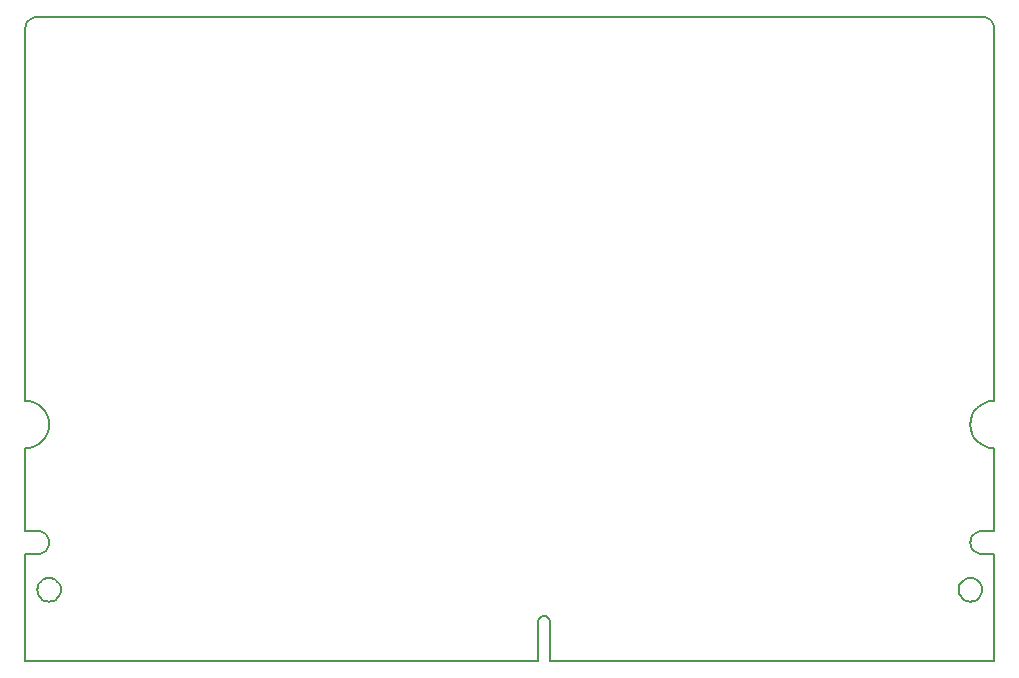
<source format=gbr>
G04 #@! TF.GenerationSoftware,KiCad,Pcbnew,5.0.2-bee76a0~70~ubuntu18.04.1*
G04 #@! TF.CreationDate,2020-12-14T21:02:24+01:00*
G04 #@! TF.ProjectId,DIMMCartridge,44494d4d-4361-4727-9472-696467652e6b,rev?*
G04 #@! TF.SameCoordinates,Original*
G04 #@! TF.FileFunction,Profile,NP*
%FSLAX46Y46*%
G04 Gerber Fmt 4.6, Leading zero omitted, Abs format (unit mm)*
G04 Created by KiCad (PCBNEW 5.0.2-bee76a0~70~ubuntu18.04.1) date Mo 14 Dez 2020 21:02:24 CET*
%MOMM*%
%LPD*%
G01*
G04 APERTURE LIST*
%ADD10C,0.200000*%
G04 APERTURE END LIST*
D10*
X139383250Y-127963580D02*
X139196200Y-128021680D01*
X139971680Y-127246200D02*
X139913580Y-127433250D01*
X139821680Y-127602520D02*
X139700000Y-127750000D01*
X139913580Y-127433250D02*
X139821680Y-127602520D01*
X103382529Y-129640869D02*
X103392699Y-129741369D01*
X103353479Y-129547269D02*
X103382529Y-129640869D01*
X103307539Y-129462569D02*
X103353479Y-129547269D01*
X59246338Y-124045069D02*
X59121604Y-124045069D01*
X59371071Y-124045069D02*
X59246338Y-124045069D01*
X59495805Y-124045069D02*
X59371071Y-124045069D01*
X138290740Y-127749900D02*
X138169060Y-127602420D01*
X138438220Y-127871580D02*
X138290740Y-127749900D01*
X102397860Y-129783449D02*
X102397116Y-129777449D01*
X102398850Y-129789449D02*
X102397860Y-129783449D01*
X102398850Y-130195629D02*
X102398850Y-129789449D01*
X139995109Y-124045269D02*
X139995109Y-124044769D01*
X140118869Y-124045269D02*
X139995109Y-124045269D01*
X140242639Y-124045269D02*
X140118869Y-124045269D01*
X140366399Y-124045269D02*
X140242639Y-124045269D01*
X138607580Y-126127070D02*
X138794630Y-126068970D01*
X138438310Y-126218970D02*
X138607580Y-126127070D01*
X58996336Y-115038079D02*
X58996336Y-115914449D01*
X59397735Y-114997379D02*
X58996336Y-115038079D01*
X59994736Y-122048489D02*
X60195596Y-122068689D01*
X59869936Y-122048559D02*
X59994736Y-122048489D01*
X140703259Y-78806985D02*
X140555419Y-78685004D01*
X140825229Y-78954823D02*
X140703259Y-78806985D01*
X140917329Y-79124501D02*
X140825229Y-78954823D01*
X140975529Y-79311998D02*
X140917329Y-79124501D01*
X59771575Y-114881119D02*
X59397735Y-114997379D01*
X60109859Y-114697329D02*
X59771575Y-114881119D01*
X102615790Y-129327469D02*
X102700480Y-129281469D01*
X102541990Y-129388469D02*
X102615790Y-129327469D01*
X102481090Y-129462369D02*
X102541990Y-129388469D01*
X138794540Y-128021580D02*
X138607490Y-127963480D01*
X60438282Y-126219060D02*
X60607550Y-126127160D01*
X60290804Y-126340750D02*
X60438282Y-126219060D01*
X102994919Y-129252469D02*
X103088409Y-129281669D01*
X102894533Y-129242169D02*
X102994919Y-129252469D01*
X102894533Y-129242169D02*
X102894533Y-129242169D01*
X122185959Y-133039029D02*
X126885029Y-133039029D01*
X117486899Y-133039029D02*
X122185959Y-133039029D01*
X112787829Y-133039029D02*
X117486899Y-133039029D01*
X59495536Y-122048759D02*
X59620336Y-122048689D01*
X59370736Y-122048819D02*
X59495536Y-122048759D01*
X140490169Y-124045269D02*
X140366399Y-124045269D01*
X140613929Y-124045269D02*
X140490169Y-124045269D01*
X140737699Y-124045269D02*
X140613929Y-124045269D01*
X140861459Y-124045269D02*
X140737699Y-124045269D01*
X61821738Y-126488220D02*
X61913618Y-126657490D01*
X61700057Y-126340740D02*
X61821738Y-126488220D01*
X99996344Y-78514405D02*
X89996203Y-78514408D01*
X109996489Y-78514402D02*
X99996344Y-78514405D01*
X119996629Y-78514400D02*
X109996489Y-78514402D01*
X129996769Y-78514397D02*
X119996629Y-78514400D01*
X61552566Y-127871680D02*
X61383296Y-127963580D01*
X61700045Y-127750000D02*
X61552566Y-127871680D01*
X59771700Y-111209319D02*
X60110022Y-111393169D01*
X59397804Y-111093019D02*
X59771700Y-111209319D01*
X103246719Y-129388769D02*
X103307539Y-129462569D01*
X103173009Y-129327769D02*
X103246719Y-129388769D01*
X103088409Y-129281669D02*
X103173009Y-129327769D01*
X86123108Y-133038859D02*
X91548355Y-133038859D01*
X80697860Y-133038859D02*
X86123108Y-133038859D01*
X75272612Y-133038859D02*
X80697860Y-133038859D01*
X59994736Y-124043569D02*
X59994736Y-124044069D01*
X59994736Y-124043069D02*
X59994736Y-124043569D01*
X59994736Y-124042569D02*
X59994736Y-124043069D01*
X140988729Y-115037759D02*
X140588439Y-114995859D01*
X140988349Y-115914189D02*
X140988729Y-115037759D01*
X140987979Y-116790619D02*
X140988349Y-115914189D01*
X140987599Y-117667049D02*
X140987979Y-116790619D01*
X138290840Y-126340650D02*
X138438310Y-126218970D01*
X138169160Y-126488120D02*
X138290840Y-126340650D01*
X59245936Y-122048889D02*
X59370736Y-122048819D01*
X59121136Y-122048949D02*
X59245936Y-122048889D01*
X140987229Y-118543489D02*
X140987599Y-117667049D01*
X140986849Y-119419919D02*
X140987229Y-118543489D01*
X140986479Y-120296349D02*
X140986849Y-119419919D01*
X140986099Y-121172779D02*
X140986479Y-120296349D01*
X61196243Y-128021680D02*
X60995414Y-128041980D01*
X61383296Y-127963580D02*
X61196243Y-128021680D01*
X140490419Y-122048949D02*
X140614249Y-122049009D01*
X140366589Y-122048879D02*
X140490419Y-122048949D01*
X140242759Y-122048809D02*
X140366589Y-122048879D01*
X140118939Y-122048749D02*
X140242759Y-122048809D01*
X103389699Y-131012989D02*
X103389699Y-131418199D01*
X103389699Y-130607789D02*
X103389699Y-131012989D01*
X103389699Y-130202579D02*
X103389699Y-130607789D01*
X60913171Y-122656869D02*
X60971271Y-122843929D01*
X60821251Y-122487599D02*
X60913171Y-122656869D01*
X138077160Y-127433150D02*
X138019060Y-127246100D01*
X138169060Y-127602420D02*
X138077160Y-127433150D01*
X103391967Y-129776369D02*
X103391433Y-129783369D01*
X103392324Y-129769369D02*
X103391967Y-129776369D01*
X103392541Y-129762369D02*
X103392324Y-129769369D01*
X61196258Y-126069060D02*
X61383310Y-126127160D01*
X60995430Y-126048760D02*
X61196258Y-126069060D01*
X139971770Y-126844350D02*
X139991880Y-127045370D01*
X69847365Y-133038859D02*
X75272612Y-133038859D01*
X64422117Y-133038859D02*
X69847365Y-133038859D01*
X58996870Y-133038859D02*
X64422117Y-133038859D01*
X60831378Y-113820769D02*
X60647759Y-114159149D01*
X60947443Y-113446869D02*
X60831378Y-113820769D01*
X139290309Y-122340329D02*
X139437839Y-122218679D01*
X139168579Y-122487799D02*
X139290309Y-122340329D01*
X139076679Y-122657069D02*
X139168579Y-122487799D01*
X139018579Y-122844129D02*
X139076679Y-122657069D01*
X61552579Y-126219060D02*
X61700057Y-126340740D01*
X61383310Y-126127160D02*
X61552579Y-126219060D01*
X139913670Y-126657300D02*
X139971770Y-126844350D01*
X139821770Y-126488030D02*
X139913670Y-126657300D01*
X139995109Y-124041269D02*
X139794249Y-124021069D01*
X139995109Y-124041769D02*
X139995109Y-124041269D01*
X139995109Y-124042269D02*
X139995109Y-124041769D01*
X139995109Y-124042769D02*
X139995109Y-124042269D01*
X60404768Y-111636569D02*
X60647937Y-111931499D01*
X60110022Y-111393169D02*
X60404768Y-111636569D01*
X59745136Y-122048619D02*
X59869936Y-122048559D01*
X59620336Y-122048689D02*
X59745136Y-122048619D01*
X138995370Y-128041880D02*
X138794540Y-128021580D01*
X60831526Y-112269969D02*
X60947533Y-112643949D01*
X60647937Y-111931499D02*
X60831526Y-112269969D01*
X139196200Y-128021680D02*
X138995370Y-128041880D01*
X69995920Y-78514413D02*
X59995750Y-78514256D01*
X79996062Y-78514411D02*
X69995920Y-78514413D01*
X89996203Y-78514408D02*
X79996062Y-78514411D01*
X60169103Y-127602520D02*
X60077223Y-127433250D01*
X60290784Y-127750000D02*
X60169103Y-127602520D01*
X59994736Y-124042069D02*
X59994736Y-124042569D01*
X59994736Y-124041569D02*
X59994736Y-124042069D01*
X59994736Y-124041069D02*
X59994736Y-124041569D01*
X58996336Y-120296289D02*
X58996336Y-121172649D01*
X58996336Y-119419919D02*
X58996336Y-120296289D01*
X60195596Y-124020869D02*
X59994736Y-124041069D01*
X60382686Y-123962869D02*
X60195596Y-124020869D01*
X60551999Y-123871069D02*
X60382686Y-123962869D01*
X139552520Y-127871680D02*
X139383250Y-127963580D01*
X140992829Y-95283139D02*
X140993579Y-91340678D01*
X140992079Y-99225599D02*
X140992829Y-95283139D01*
X140991329Y-103168059D02*
X140992079Y-99225599D01*
X140990579Y-107110519D02*
X140991329Y-103168059D01*
X139585249Y-111639069D02*
X139879079Y-111395699D01*
X139342869Y-111933709D02*
X139585249Y-111639069D01*
X139159889Y-112271669D02*
X139342869Y-111933709D01*
X139044249Y-112644959D02*
X139159889Y-112271669D01*
X60971271Y-123245629D02*
X60913171Y-123432689D01*
X60991551Y-123044779D02*
X60971271Y-123245629D01*
X60971271Y-122843929D02*
X60991551Y-123044779D01*
X102396225Y-129765449D02*
X102396008Y-129759449D01*
X102396582Y-129771449D02*
X102396225Y-129765449D01*
X102397116Y-129777449D02*
X102396582Y-129771449D01*
X61821726Y-127602520D02*
X61700045Y-127750000D01*
X61913606Y-127433250D02*
X61821726Y-127602520D01*
X140995829Y-79513298D02*
X140975529Y-79311998D01*
X140995079Y-83455758D02*
X140995829Y-79513298D01*
X140994329Y-87398218D02*
X140995079Y-83455758D01*
X140993579Y-91340678D02*
X140994329Y-87398218D01*
X140984109Y-127417929D02*
X140984479Y-126293709D01*
X140983729Y-128542149D02*
X140984109Y-127417929D01*
X140983349Y-129666369D02*
X140983729Y-128542149D01*
X58996336Y-116790819D02*
X58996336Y-117667179D01*
X58996336Y-115914449D02*
X58996336Y-116790819D01*
X60404587Y-114453999D02*
X60109859Y-114697329D01*
X60647759Y-114159149D02*
X60404587Y-114453999D01*
X60794602Y-126069060D02*
X60995430Y-126048760D01*
X60607550Y-126127160D02*
X60794602Y-126069060D01*
X60019163Y-127246200D02*
X59998923Y-127045370D01*
X60077223Y-127433250D02*
X60019163Y-127246200D01*
X58996870Y-131914639D02*
X58996870Y-133038859D01*
X58996870Y-130790409D02*
X58996870Y-131914639D01*
X58996870Y-129666189D02*
X58996870Y-130790409D01*
X138077260Y-126657390D02*
X138169160Y-126488120D01*
X138019160Y-126844440D02*
X138077260Y-126657390D01*
X59994736Y-124045069D02*
X59870006Y-124045069D01*
X59994736Y-124044569D02*
X59994736Y-124045069D01*
X59994736Y-124044069D02*
X59994736Y-124044569D01*
X102398850Y-130601799D02*
X102398850Y-130195629D01*
X102398850Y-131007979D02*
X102398850Y-130601799D01*
X102398850Y-131414159D02*
X102398850Y-131007979D01*
X102398850Y-131820329D02*
X102398850Y-131414159D01*
X102398850Y-132226509D02*
X102398850Y-131820329D01*
X102398850Y-132632679D02*
X102398850Y-132226509D01*
X103392652Y-129755369D02*
X103392541Y-129762369D01*
X103392693Y-129748369D02*
X103392652Y-129755369D01*
X103392699Y-129741369D02*
X103392693Y-129748369D01*
X137998860Y-127045270D02*
X138019160Y-126844440D01*
X138019060Y-127246100D02*
X137998860Y-127045270D01*
X139584999Y-114451459D02*
X139342769Y-114156929D01*
X139878649Y-114694759D02*
X139584999Y-114451459D01*
X140215769Y-114878889D02*
X139878649Y-114694759D01*
X140588439Y-114995859D02*
X140215769Y-114878889D01*
X138607490Y-127963480D02*
X138438220Y-127871580D01*
X139991880Y-127045370D02*
X139971680Y-127246200D01*
X138998279Y-123044979D02*
X139018579Y-122844129D01*
X139018579Y-123245829D02*
X138998279Y-123044979D01*
X139076679Y-123432889D02*
X139018579Y-123245829D01*
X139168579Y-123602159D02*
X139076679Y-123432889D01*
X139290309Y-123749619D02*
X139168579Y-123602159D01*
X139437839Y-123871269D02*
X139290309Y-123749619D01*
X139607159Y-123963069D02*
X139437839Y-123871269D01*
X139794249Y-124021069D02*
X139607159Y-123963069D01*
X58996870Y-125169289D02*
X58996870Y-126293519D01*
X58996870Y-124045069D02*
X58996870Y-125169289D01*
X59121604Y-124045069D02*
X58996870Y-124045069D01*
X58996337Y-103167529D02*
X58996337Y-107109924D01*
X58996337Y-99225134D02*
X58996337Y-103167529D01*
X59074917Y-79124363D02*
X59016657Y-79311860D01*
X59167097Y-78954685D02*
X59074917Y-79124363D01*
X102894533Y-129242169D02*
X102894533Y-129242169D01*
X102894533Y-129242169D02*
X102894533Y-129242169D01*
X102894533Y-129242169D02*
X102894533Y-129242169D01*
X60987953Y-113045449D02*
X60947443Y-113446869D01*
X60947533Y-112643949D02*
X60987953Y-113045449D01*
X59606852Y-78592766D02*
X59437093Y-78684866D01*
X59794414Y-78534556D02*
X59606852Y-78592766D01*
X58996337Y-111052319D02*
X59397804Y-111093019D01*
X58996337Y-107109924D02*
X58996337Y-111052319D01*
X139995109Y-122048679D02*
X140118939Y-122048749D01*
X139794249Y-122068879D02*
X139995109Y-122048679D01*
X139607159Y-122126879D02*
X139794249Y-122068879D01*
X139437839Y-122218679D02*
X139607159Y-122126879D01*
X58996337Y-87397950D02*
X58996337Y-91340345D01*
X58996337Y-83455555D02*
X58996337Y-87397950D01*
X60019173Y-126844540D02*
X60077243Y-126657490D01*
X59998923Y-127045370D02*
X60019173Y-126844540D01*
X58996336Y-118543549D02*
X58996336Y-119419919D01*
X58996336Y-117667179D02*
X58996336Y-118543549D01*
X102894533Y-129242169D02*
X102894533Y-129242169D01*
X102894533Y-129242169D02*
X102894533Y-129242169D01*
X102894533Y-129242169D02*
X102894533Y-129242169D01*
X60699524Y-123749419D02*
X60551999Y-123871069D01*
X60821251Y-123601959D02*
X60699524Y-123749419D01*
X60913171Y-123432689D02*
X60821251Y-123601959D01*
X61971666Y-127246200D02*
X61913606Y-127433250D01*
X61991906Y-127045370D02*
X61971666Y-127246200D01*
X140982979Y-130790589D02*
X140983349Y-129666369D01*
X140982599Y-131914809D02*
X140982979Y-130790589D01*
X140982229Y-133039029D02*
X140982599Y-131914809D01*
X140985229Y-124045269D02*
X140861459Y-124045269D01*
X140984849Y-125169489D02*
X140985229Y-124045269D01*
X140984479Y-126293709D02*
X140984849Y-125169489D01*
X102398850Y-133038859D02*
X102398850Y-132632679D01*
X96973603Y-133038859D02*
X102398850Y-133038859D01*
X91548355Y-133038859D02*
X96973603Y-133038859D01*
X60382686Y-122126689D02*
X60551999Y-122218489D01*
X60195596Y-122068689D02*
X60382686Y-122126689D01*
X61971678Y-126844540D02*
X61991906Y-127045370D01*
X61913618Y-126657490D02*
X61971678Y-126844540D01*
X139383340Y-126126970D02*
X139552610Y-126218870D01*
X139196290Y-126068870D02*
X139383340Y-126126970D01*
X103389699Y-132228619D02*
X103389699Y-132633819D01*
X103389699Y-131823409D02*
X103389699Y-132228619D01*
X103389699Y-131418199D02*
X103389699Y-131823409D01*
X102894533Y-129242169D02*
X102894533Y-129242169D01*
X102794060Y-129252369D02*
X102894533Y-129242169D01*
X102700480Y-129281469D02*
X102794060Y-129252369D01*
X102395856Y-129747449D02*
X102395850Y-129741449D01*
X102395897Y-129753449D02*
X102395856Y-129747449D01*
X102396008Y-129759449D02*
X102395897Y-129753449D01*
X58996337Y-79513160D02*
X58996337Y-83455555D01*
X59016657Y-79311860D02*
X58996337Y-79513160D01*
X108088769Y-133039029D02*
X112787829Y-133039029D01*
X103389699Y-133039029D02*
X108088769Y-133039029D01*
X103389699Y-132633819D02*
X103389699Y-133039029D01*
X139995109Y-124043269D02*
X139995109Y-124042769D01*
X139995109Y-124043769D02*
X139995109Y-124043269D01*
X139995109Y-124044269D02*
X139995109Y-124043769D01*
X139995109Y-124044769D02*
X139995109Y-124044269D01*
X136283159Y-133039029D02*
X140982229Y-133039029D01*
X131584099Y-133039029D02*
X136283159Y-133039029D01*
X126885029Y-133039029D02*
X131584099Y-133039029D01*
X103389699Y-129797369D02*
X103389699Y-130202579D01*
X103390689Y-129790369D02*
X103389699Y-129797369D01*
X103391433Y-129783369D02*
X103390689Y-129790369D01*
X59995750Y-78514256D02*
X59794414Y-78534556D01*
X58996337Y-95282740D02*
X58996337Y-99225134D01*
X58996337Y-91340345D02*
X58996337Y-95282740D01*
X59620539Y-124045069D02*
X59495805Y-124045069D01*
X59745273Y-124045069D02*
X59620539Y-124045069D01*
X59870006Y-124045069D02*
X59745273Y-124045069D01*
X139700090Y-126340550D02*
X139821770Y-126488030D01*
X139552610Y-126218870D02*
X139700090Y-126340550D01*
X140989829Y-111052979D02*
X140990579Y-107110519D01*
X140589309Y-111094679D02*
X140989829Y-111052979D01*
X140216419Y-111211579D02*
X140589309Y-111094679D01*
X139879079Y-111395699D02*
X140216419Y-111211579D01*
X60438263Y-127871680D02*
X60290784Y-127750000D01*
X60607532Y-127963580D02*
X60438263Y-127871680D01*
X139996909Y-78514394D02*
X129996769Y-78514397D01*
X140198229Y-78534694D02*
X139996909Y-78514394D01*
X140385739Y-78592904D02*
X140198229Y-78534694D01*
X140555419Y-78685004D02*
X140385739Y-78592904D01*
X140985729Y-122049209D02*
X140986099Y-121172779D01*
X140861899Y-122049139D02*
X140985729Y-122049209D01*
X140738069Y-122049079D02*
X140861899Y-122049139D01*
X140614249Y-122049009D02*
X140738069Y-122049079D01*
X59289165Y-78806847D02*
X59167097Y-78954685D01*
X59437093Y-78684866D02*
X59289165Y-78806847D01*
X60794585Y-128021680D02*
X60607532Y-127963580D01*
X60995414Y-128041980D02*
X60794585Y-128021680D01*
X139003849Y-113045609D02*
X139044249Y-112644959D01*
X139044249Y-113446049D02*
X139003849Y-113045609D01*
X139159869Y-113819139D02*
X139044249Y-113446049D01*
X139342769Y-114156929D02*
X139159869Y-113819139D01*
X60699524Y-122340139D02*
X60821251Y-122487599D01*
X60551999Y-122218489D02*
X60699524Y-122340139D01*
X58996870Y-128541969D02*
X58996870Y-129666189D01*
X58996870Y-127417739D02*
X58996870Y-128541969D01*
X58996870Y-126293519D02*
X58996870Y-127417739D01*
X60169123Y-126488220D02*
X60290804Y-126340750D01*
X60077243Y-126657490D02*
X60169123Y-126488220D01*
X138995460Y-126048670D02*
X139196290Y-126068870D01*
X138794630Y-126068970D02*
X138995460Y-126048670D01*
X58996336Y-122049019D02*
X59121136Y-122048949D01*
X58996336Y-121172649D02*
X58996336Y-122049019D01*
X102435100Y-129547169D02*
X102481090Y-129462369D01*
X102406020Y-129640869D02*
X102435100Y-129547169D01*
X102395850Y-129741449D02*
X102406020Y-129640869D01*
X139700000Y-127750000D02*
X139552520Y-127871680D01*
M02*

</source>
